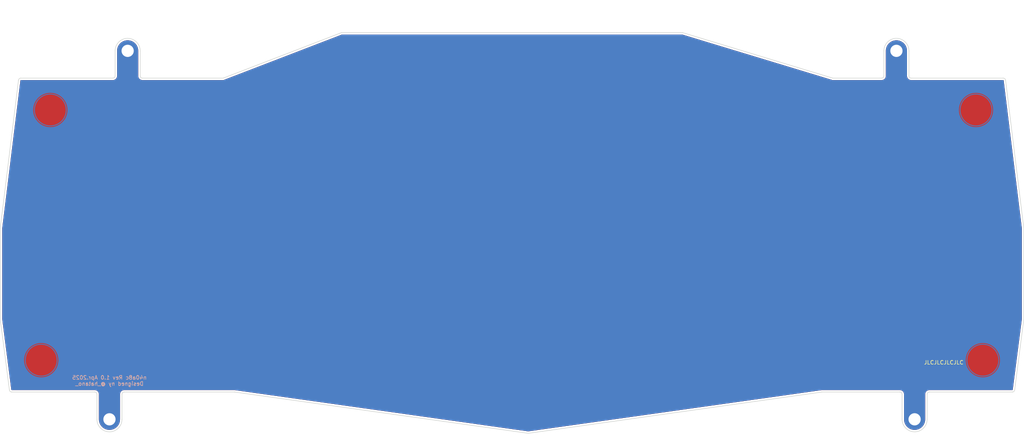
<source format=kicad_pcb>
(kicad_pcb (version 20241229) (generator "pcbnew") (generator_version "9.0")
  (title_block (title "n40a8c") (date "2025-04-17") (rev "1.0"))
  (layers (0 "F.Cu" mixed) (2 "B.Cu" mixed) (13 "F.Paste" user) (15 "B.Paste" user) (5 "F.SilkS" user "F.Silkscreen") (7 "B.SilkS" user "B.Silkscreen") (1 "F.Mask" user) (3 "B.Mask" user) (25 "Edge.Cuts" user))
  (net 0 "")
  (net 1 "GND")
  (footprint "cscslib:MountingHole_M3_plating_truss" (layer "F.Cu") (at 40.481284 125.01573)
    (property "Reference" "H3")
    (property "Value" "MountingHole_Pad" (hide yes))
    (pad "1" thru_hole circle (at 0 0) (size 3.4 3.4) (drill 3.2) (layers "*.Cu" "*.Mask") (net 1 "GND") (clearance 1.75))
  )
  (footprint "cscslib:MountingHole_M3_plating_truss" (layer "F.Cu") (at 45.243818 28.575024)
    (property "Reference" "H1")
    (property "Value" "MountingHole_Pad" (hide yes))
    (pad "1" thru_hole circle (at 0 0) (size 3.4 3.4) (drill 3.2) (layers "*.Cu" "*.Mask") (net 1 "GND") (clearance 1.75))
  )
  (footprint "cscslib:MountingHole_M3_plating_truss" (layer "F.Cu") (at 251.222086 125.01573)
    (property "Reference" "H4")
    (property "Value" "MountingHole_Pad" (hide yes))
    (pad "1" thru_hole circle (at 0 0) (size 3.4 3.4) (drill 3.2) (layers "*.Cu" "*.Mask") (net 1 "GND") (clearance 1.75))
  )
  (footprint "cscslib:MountingHole_M3_plating_truss" (layer "F.Cu") (at 246.459582 28.57498)
    (property "Reference" "H2")
    (property "Value" "MountingHole_Pad" (hide yes))
    (pad "1" thru_hole circle (at 0 0) (size 3.4 3.4) (drill 3.2) (layers "*.Cu" "*.Mask") (net 1 "GND") (clearance 1.75))
  )
  (gr_circle (center 267.295537 44.053125) (end 263.128132 44.053125) (stroke (width 0.2)) (fill no) (layer "B.Cu"))
  (gr_circle (center 25.003125 44.053125) (end 20.83572 44.053125) (stroke (width 0.2)) (fill no) (layer "B.Cu"))
  (gr_circle (center 22.621875 109.5375) (end 18.45447 109.5375) (stroke (width 0.2)) (fill no) (layer "B.Cu"))
  (gr_circle (center 269.08125 109.5375) (end 264.913845 109.5375) (stroke (width 0.2)) (fill no) (layer "B.Cu"))
  (gr_line (start 243.184842 35.123262) (end 243.184952 28.574932) (stroke (width 0.15)) (layer "Edge.Cuts"))
  (gr_line (start 190.50019 23.81254) (end 183.356404 23.81254) (stroke (width 0.15)) (layer "Edge.Cuts"))
  (gr_arc (start 41.969514 35.123375) (mid 41.795156 35.544359) (end 41.374181 35.718708) (stroke (width 0.15)) (layer "Edge.Cuts"))
  (gr_line (start 43.75556 125.01573) (end 43.75556 118.467287) (stroke (width 0.15)) (layer "Edge.Cuts"))
  (gr_line (start 73.459041 117.904933) (end 150.087765 128.674398) (stroke (width 0.15)) (layer "Edge.Cuts"))
  (gr_line (start 37.207 125.01552) (end 37.207007 118.467085) (stroke (width 0.15)) (layer "Edge.Cuts"))
  (gr_arc (start 43.75556 125.01573) (mid 40.481175 128.29001) (end 37.207 125.01552) (stroke (width 0.15)) (layer "Edge.Cuts"))
  (gr_line (start 173.236113 23.81248) (end 155.456419 23.81254) (stroke (width 0.15)) (layer "Edge.Cuts"))
  (gr_line (start 150.087765 128.674398) (end 226.951404 117.871918) (stroke (width 0.15)) (layer "Edge.Cuts"))
  (gr_arc (start 243.184869 35.12331) (mid 243.0105 35.544238) (end 242.589556 35.718622) (stroke (width 0.15)) (layer "Edge.Cuts"))
  (gr_line (start 73.22353 117.871928) (end 73.459041 117.904933) (stroke (width 0.15)) (layer "Edge.Cuts"))
  (gr_line (start 249.732496 28.574923) (end 249.732569 35.123366) (stroke (width 0.15)) (layer "Edge.Cuts"))
  (gr_arc (start 16.668794 36.314113) (mid 16.843153 35.893157) (end 17.264107 35.7188) (stroke (width 0.15)) (layer "Edge.Cuts"))
  (gr_arc (start 36.615469 117.871781) (mid 37.033972 118.047468) (end 37.206987 118.467075) (stroke (width 0.15)) (layer "Edge.Cuts"))
  (gr_arc (start 274.439323 35.7188) (mid 274.860253 35.893172) (end 275.034636 36.314113) (stroke (width 0.15)) (layer "Edge.Cuts"))
  (gr_arc (start 247.352167 117.871982) (mid 247.773103 118.04636) (end 247.947481 118.467307) (stroke (width 0.15)) (layer "Edge.Cuts"))
  (gr_line (start 226.951406 117.871822) (end 247.347836 117.871998) (stroke (width 0.15)) (layer "Edge.Cuts"))
  (gr_line (start 255.09835 117.871993) (end 276.820575 117.871822) (stroke (width 0.15)) (layer "Edge.Cuts"))
  (gr_line (start 175.021728 23.81248) (end 173.236113 23.81248) (stroke (width 0.15)) (layer "Edge.Cuts"))
  (gr_line (start 70.246964 35.718695) (end 49.113219 35.718802) (stroke (width 0.15)) (layer "Edge.Cuts"))
  (gr_line (start 41.969436 35.123467) (end 41.969496 28.575024) (stroke (width 0.15)) (layer "Edge.Cuts"))
  (gr_line (start 275.034385 36.314113) (end 279.796885 75.009318) (stroke (width 0.15)) (layer "Edge.Cuts"))
  (gr_arc (start 41.969496 28.575024) (mid 45.243818 25.300702) (end 48.51814 28.575024) (stroke (width 0.15)) (layer "Edge.Cuts"))
  (gr_line (start 250.337831 35.718795) (end 274.439323 35.718695) (stroke (width 0.15)) (layer "Edge.Cuts"))
  (gr_line (start 16.66876 36.314113) (end 11.906259 75.00932) (stroke (width 0.15)) (layer "Edge.Cuts"))
  (gr_line (start 279.796885 75.009318) (end 279.796885 98.82182) (stroke (width 0.15)) (layer "Edge.Cuts"))
  (gr_line (start 279.796885 98.82182) (end 277.415635 117.276681) (stroke (width 0.15)) (layer "Edge.Cuts"))
  (gr_arc (start 14.882855 117.871928) (mid 14.461923 117.697602) (end 14.287608 117.276681) (stroke (width 0.15)) (layer "Edge.Cuts"))
  (gr_line (start 183.356404 23.81254) (end 175.021728 23.81254) (stroke (width 0.15)) (layer "Edge.Cuts"))
  (gr_line (start 242.589556 35.718799) (end 229.790848 35.7188) (stroke (width 0.15)) (layer "Edge.Cuts"))
  (gr_line (start 11.906261 98.82182) (end 11.906259 75.00932) (stroke (width 0.15)) (layer "Edge.Cuts"))
  (gr_arc (start 254.49585 118.467296) (mid 254.670213 118.046338) (end 255.091163 117.871982) (stroke (width 0.15)) (layer "Edge.Cuts"))
  (gr_line (start 247.947455 118.467307) (end 247.947448 125.01573) (stroke (width 0.15)) (layer "Edge.Cuts"))
  (gr_arc (start 43.755394 118.467075) (mid 43.931926 118.043965) (end 44.356819 117.871781) (stroke (width 0.15)) (layer "Edge.Cuts"))
  (gr_line (start 36.615318 117.871781) (end 14.882855 117.871928) (stroke (width 0.15)) (layer "Edge.Cuts"))
  (gr_arc (start 243.184952 28.574932) (mid 246.458696 25.301252) (end 249.732496 28.574923) (stroke (width 0.15)) (layer "Edge.Cuts"))
  (gr_arc (start 250.337828 35.718753) (mid 249.91092 35.547651) (end 249.733269 35.123423) (stroke (width 0.15)) (layer "Edge.Cuts"))
  (gr_line (start 101.20324 23.812538) (end 70.246964 35.718695) (stroke (width 0.15)) (layer "Edge.Cuts"))
  (gr_line (start 254.496724 125.01573) (end 254.496748 118.4673) (stroke (width 0.15)) (layer "Edge.Cuts"))
  (gr_arc (start 49.113219 35.71874) (mid 48.692323 35.544379) (end 48.517946 35.123467) (stroke (width 0.15)) (layer "Edge.Cuts"))
  (gr_arc (start 277.415888 117.276681) (mid 277.24153 117.697634) (end 276.820575 117.871994) (stroke (width 0.15)) (layer "Edge.Cuts"))
  (gr_line (start 11.906261 98.82182) (end 14.287508 117.276682) (stroke (width 0.15)) (layer "Edge.Cuts"))
  (gr_line (start 48.51814 28.575024) (end 48.51818 35.123467) (stroke (width 0.15)) (layer "Edge.Cuts"))
  (gr_line (start 44.366129 117.871994) (end 73.22353 117.871928) (stroke (width 0.15)) (layer "Edge.Cuts"))
  (gr_line (start 41.376872 35.718708) (end 17.264107 35.7188) (stroke (width 0.15)) (layer "Edge.Cuts"))
  (gr_arc (start 254.496724 125.01573) (mid 251.222086 128.290368) (end 247.947448 125.01573) (stroke (width 0.15)) (layer "Edge.Cuts"))
  (gr_line (start 101.20324 23.812538) (end 155.456419 23.81254) (stroke (width 0.15)) (layer "Edge.Cuts"))
  (gr_line (start 190.50019 23.81254) (end 229.790848 35.7188) (stroke (width 0.15)) (layer "Edge.Cuts"))
  (gr_text "JLCJLCJLCJLC" (at 253.603125 110.728125 0) (layer "F.SilkS") (effects (font (size 1 1)) (justify left bottom)))
  (gr_text "n40a8c Rev 1.0 Apr.2025\nDesigned ny @_hatano_" (at 40.481284 114.895409 -0) (layer "B.SilkS") (effects (font (size 1 1)) (justify mirror)))
  (zone (net 1) (net_name "GND") (layers "F.Cu" "B.Cu") (connect_pads (clearance 0)) (min_thickness 0.25) (fill yes (thermal_gap 0.5) (thermal_bridge_width 0.5))
    (polygon (pts (xy 11.90626 23.81252) (xy 279.796885 23.81252) (xy 279.797137 129.182941) (xy 11.90629 129.182941)))
  )
)
</source>
